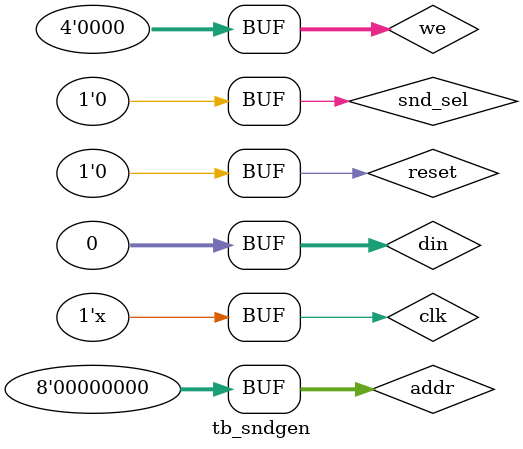
<source format=v>
/*
 * tb_sndgen.v - testbench for sound generator
 * 06-15-22 E. Brombaugh
 */

`timescale 1ns/1ps
`default_nettype none

module tb_sndgen;
	reg clk;
	reg reset;
	reg snd_sel;
	reg [3:0] we;
	reg [7:0] addr;
	reg [31:0] din;
	wire [1:0] pdm;
	
	initial
	begin
`ifdef icarus
  		$dumpfile("tb_sndgen.vcd");
		$dumpvars;
`endif
		
		// init inputs
		clk = 1'b1;
		reset = 1'b1;
		snd_sel = 1'b0;
		we = 4'b0000;
		addr = 8'h00;
		din = 32'd0;
	
		// release reset
		#100
		reset = 1'b0;
		
`ifdef icarus
        // stop after a while
		#10000000 $finish;
`endif		
	end
	
	// 24MHz clock
	always
		#20.8333 clk = ~clk;

	// UUT
	sndgen uut(
		.clk(clk),
		.reset(reset),
		.cs(snd_sel),
		.we(we),
		.addr(addr),
		.din(din),
		.pdm(pdm)
	);
endmodule

</source>
